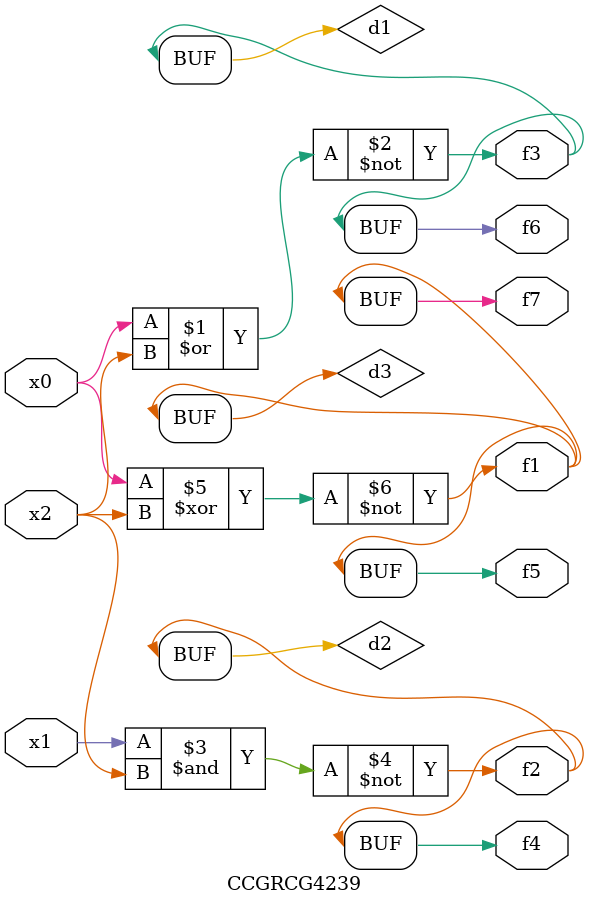
<source format=v>
module CCGRCG4239(
	input x0, x1, x2,
	output f1, f2, f3, f4, f5, f6, f7
);

	wire d1, d2, d3;

	nor (d1, x0, x2);
	nand (d2, x1, x2);
	xnor (d3, x0, x2);
	assign f1 = d3;
	assign f2 = d2;
	assign f3 = d1;
	assign f4 = d2;
	assign f5 = d3;
	assign f6 = d1;
	assign f7 = d3;
endmodule

</source>
